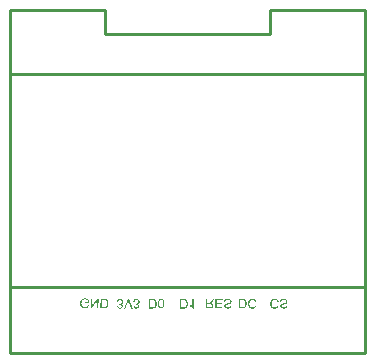
<source format=gbo>
G04*
G04 #@! TF.GenerationSoftware,Altium Limited,Altium Designer,21.6.1 (37)*
G04*
G04 Layer_Color=32896*
%FSLAX25Y25*%
%MOIN*%
G70*
G04*
G04 #@! TF.SameCoordinates,623A30CF-433B-4B46-B165-7DC5B4DDAD39*
G04*
G04*
G04 #@! TF.FilePolarity,Positive*
G04*
G01*
G75*
%ADD10C,0.01000*%
G36*
X88446Y19063D02*
X88534Y19054D01*
X88617Y19044D01*
X88696Y19026D01*
X88769Y19003D01*
X88839Y18980D01*
X88903Y18957D01*
X88963Y18929D01*
X89014Y18906D01*
X89065Y18883D01*
X89102Y18859D01*
X89139Y18836D01*
X89162Y18818D01*
X89185Y18809D01*
X89194Y18800D01*
X89199Y18795D01*
X89264Y18739D01*
X89319Y18684D01*
X89370Y18619D01*
X89421Y18555D01*
X89504Y18425D01*
X89569Y18296D01*
X89596Y18236D01*
X89619Y18180D01*
X89638Y18130D01*
X89652Y18088D01*
X89666Y18051D01*
X89675Y18023D01*
X89679Y18005D01*
Y18000D01*
X89254Y17894D01*
X89236Y17968D01*
X89213Y18037D01*
X89190Y18102D01*
X89167Y18162D01*
X89139Y18217D01*
X89111Y18264D01*
X89079Y18310D01*
X89051Y18351D01*
X89028Y18388D01*
X89000Y18416D01*
X88977Y18444D01*
X88959Y18467D01*
X88940Y18481D01*
X88927Y18495D01*
X88922Y18499D01*
X88917Y18504D01*
X88871Y18541D01*
X88820Y18568D01*
X88719Y18619D01*
X88622Y18656D01*
X88525Y18679D01*
X88441Y18698D01*
X88409Y18702D01*
X88377D01*
X88349Y18707D01*
X88317D01*
X88210Y18702D01*
X88109Y18684D01*
X88016Y18661D01*
X87933Y18633D01*
X87868Y18605D01*
X87841Y18592D01*
X87818Y18582D01*
X87799Y18573D01*
X87785Y18564D01*
X87776Y18559D01*
X87771D01*
X87684Y18495D01*
X87610Y18425D01*
X87545Y18347D01*
X87494Y18273D01*
X87453Y18208D01*
X87425Y18153D01*
X87416Y18130D01*
X87406Y18116D01*
X87402Y18106D01*
Y18102D01*
X87365Y17982D01*
X87337Y17862D01*
X87314Y17741D01*
X87300Y17631D01*
X87296Y17580D01*
X87291Y17534D01*
Y17492D01*
X87286Y17460D01*
Y17432D01*
Y17409D01*
Y17395D01*
Y17390D01*
X87291Y17270D01*
X87300Y17159D01*
X87319Y17058D01*
X87337Y16965D01*
X87351Y16887D01*
X87360Y16854D01*
X87370Y16827D01*
X87374Y16804D01*
X87379Y16790D01*
X87383Y16781D01*
Y16776D01*
X87430Y16670D01*
X87480Y16573D01*
X87536Y16494D01*
X87596Y16425D01*
X87647Y16369D01*
X87688Y16332D01*
X87721Y16309D01*
X87725Y16300D01*
X87730D01*
X87827Y16240D01*
X87933Y16194D01*
X88035Y16161D01*
X88132Y16143D01*
X88220Y16129D01*
X88257Y16125D01*
X88289D01*
X88312Y16120D01*
X88349D01*
X88464Y16125D01*
X88571Y16143D01*
X88658Y16171D01*
X88737Y16198D01*
X88797Y16231D01*
X88843Y16254D01*
X88871Y16272D01*
X88880Y16282D01*
X88954Y16351D01*
X89024Y16429D01*
X89079Y16513D01*
X89125Y16596D01*
X89162Y16670D01*
X89176Y16707D01*
X89185Y16734D01*
X89194Y16758D01*
X89204Y16776D01*
X89208Y16785D01*
Y16790D01*
X89624Y16693D01*
X89596Y16610D01*
X89569Y16536D01*
X89532Y16466D01*
X89499Y16397D01*
X89462Y16337D01*
X89421Y16282D01*
X89384Y16226D01*
X89347Y16180D01*
X89310Y16143D01*
X89278Y16106D01*
X89245Y16074D01*
X89222Y16051D01*
X89199Y16027D01*
X89181Y16014D01*
X89171Y16009D01*
X89167Y16004D01*
X89102Y15963D01*
X89037Y15921D01*
X88973Y15889D01*
X88903Y15861D01*
X88765Y15820D01*
X88640Y15792D01*
X88580Y15778D01*
X88529Y15773D01*
X88478Y15769D01*
X88437Y15764D01*
X88404Y15759D01*
X88358D01*
X88206Y15769D01*
X88058Y15792D01*
X87928Y15820D01*
X87868Y15838D01*
X87813Y15856D01*
X87762Y15875D01*
X87716Y15893D01*
X87679Y15907D01*
X87642Y15921D01*
X87619Y15935D01*
X87600Y15944D01*
X87587Y15949D01*
X87582Y15954D01*
X87457Y16032D01*
X87351Y16125D01*
X87259Y16217D01*
X87180Y16309D01*
X87120Y16393D01*
X87097Y16429D01*
X87078Y16462D01*
X87060Y16485D01*
X87051Y16503D01*
X87046Y16517D01*
X87041Y16522D01*
X86977Y16665D01*
X86931Y16813D01*
X86898Y16961D01*
X86875Y17095D01*
X86866Y17155D01*
X86861Y17215D01*
X86857Y17261D01*
Y17307D01*
X86852Y17340D01*
Y17367D01*
Y17386D01*
Y17390D01*
X86861Y17557D01*
X86880Y17718D01*
X86903Y17862D01*
X86921Y17931D01*
X86935Y17991D01*
X86949Y18046D01*
X86968Y18097D01*
X86981Y18144D01*
X86991Y18180D01*
X87005Y18208D01*
X87009Y18231D01*
X87018Y18245D01*
Y18250D01*
X87088Y18388D01*
X87166Y18513D01*
X87249Y18619D01*
X87291Y18661D01*
X87328Y18702D01*
X87365Y18739D01*
X87402Y18772D01*
X87434Y18800D01*
X87462Y18818D01*
X87480Y18836D01*
X87499Y18850D01*
X87508Y18855D01*
X87513Y18859D01*
X87577Y18896D01*
X87642Y18929D01*
X87781Y18980D01*
X87919Y19017D01*
X88053Y19040D01*
X88118Y19049D01*
X88173Y19058D01*
X88224Y19063D01*
X88266D01*
X88303Y19067D01*
X88354D01*
X88446Y19063D01*
D02*
G37*
G36*
X91541D02*
X91657Y19049D01*
X91763Y19026D01*
X91851Y19003D01*
X91925Y18984D01*
X91957Y18970D01*
X91985Y18961D01*
X92003Y18952D01*
X92017Y18947D01*
X92027Y18943D01*
X92031D01*
X92128Y18892D01*
X92211Y18836D01*
X92285Y18776D01*
X92345Y18721D01*
X92392Y18675D01*
X92424Y18633D01*
X92447Y18605D01*
X92452Y18601D01*
Y18596D01*
X92502Y18508D01*
X92539Y18425D01*
X92562Y18347D01*
X92581Y18273D01*
X92590Y18208D01*
X92599Y18157D01*
Y18139D01*
Y18125D01*
Y18120D01*
Y18116D01*
X92595Y18023D01*
X92581Y17936D01*
X92558Y17857D01*
X92535Y17792D01*
X92507Y17737D01*
X92488Y17695D01*
X92470Y17672D01*
X92465Y17663D01*
X92410Y17594D01*
X92345Y17529D01*
X92276Y17474D01*
X92207Y17423D01*
X92147Y17386D01*
X92096Y17358D01*
X92077Y17349D01*
X92063Y17340D01*
X92054Y17335D01*
X92050D01*
X92013Y17316D01*
X91966Y17303D01*
X91916Y17284D01*
X91860Y17266D01*
X91745Y17233D01*
X91624Y17201D01*
X91569Y17187D01*
X91518Y17173D01*
X91467Y17159D01*
X91426Y17150D01*
X91394Y17141D01*
X91366Y17136D01*
X91347Y17132D01*
X91343D01*
X91250Y17109D01*
X91167Y17090D01*
X91093Y17067D01*
X91029Y17049D01*
X90969Y17025D01*
X90918Y17007D01*
X90872Y16988D01*
X90830Y16975D01*
X90798Y16956D01*
X90770Y16942D01*
X90751Y16933D01*
X90733Y16919D01*
X90710Y16905D01*
X90705Y16901D01*
X90664Y16854D01*
X90636Y16808D01*
X90613Y16762D01*
X90599Y16716D01*
X90590Y16679D01*
X90585Y16647D01*
Y16628D01*
Y16619D01*
X90594Y16545D01*
X90613Y16480D01*
X90640Y16425D01*
X90673Y16374D01*
X90701Y16337D01*
X90728Y16305D01*
X90747Y16286D01*
X90756Y16282D01*
X90793Y16259D01*
X90830Y16235D01*
X90918Y16198D01*
X91010Y16175D01*
X91102Y16157D01*
X91186Y16148D01*
X91223Y16143D01*
X91250Y16138D01*
X91315D01*
X91444Y16143D01*
X91560Y16161D01*
X91652Y16189D01*
X91731Y16217D01*
X91791Y16245D01*
X91837Y16272D01*
X91860Y16291D01*
X91869Y16295D01*
X91934Y16360D01*
X91985Y16429D01*
X92027Y16503D01*
X92054Y16577D01*
X92073Y16647D01*
X92086Y16697D01*
X92091Y16721D01*
X92096Y16734D01*
Y16744D01*
Y16748D01*
X92502Y16716D01*
X92493Y16614D01*
X92470Y16522D01*
X92447Y16434D01*
X92415Y16360D01*
X92387Y16300D01*
X92364Y16254D01*
X92355Y16240D01*
X92345Y16226D01*
X92341Y16221D01*
Y16217D01*
X92281Y16138D01*
X92216Y16069D01*
X92147Y16009D01*
X92077Y15963D01*
X92017Y15921D01*
X91971Y15898D01*
X91953Y15889D01*
X91939Y15880D01*
X91930Y15875D01*
X91925D01*
X91823Y15838D01*
X91712Y15810D01*
X91611Y15787D01*
X91514Y15773D01*
X91426Y15764D01*
X91394D01*
X91361Y15759D01*
X91301D01*
X91181Y15764D01*
X91075Y15778D01*
X90973Y15797D01*
X90885Y15815D01*
X90816Y15833D01*
X90784Y15843D01*
X90761Y15852D01*
X90742Y15861D01*
X90728Y15866D01*
X90719Y15870D01*
X90714D01*
X90622Y15917D01*
X90539Y15967D01*
X90470Y16023D01*
X90414Y16074D01*
X90373Y16120D01*
X90340Y16157D01*
X90317Y16185D01*
X90312Y16189D01*
Y16194D01*
X90266Y16272D01*
X90234Y16351D01*
X90211Y16429D01*
X90197Y16499D01*
X90188Y16559D01*
X90179Y16605D01*
Y16623D01*
Y16637D01*
Y16642D01*
Y16647D01*
X90183Y16725D01*
X90197Y16799D01*
X90215Y16868D01*
X90234Y16928D01*
X90252Y16975D01*
X90271Y17011D01*
X90285Y17035D01*
X90289Y17044D01*
X90336Y17109D01*
X90391Y17169D01*
X90447Y17220D01*
X90502Y17261D01*
X90548Y17298D01*
X90590Y17321D01*
X90617Y17340D01*
X90622Y17344D01*
X90627D01*
X90664Y17363D01*
X90705Y17381D01*
X90798Y17413D01*
X90904Y17446D01*
X91005Y17478D01*
X91098Y17506D01*
X91139Y17515D01*
X91176Y17524D01*
X91204Y17534D01*
X91227Y17538D01*
X91241Y17543D01*
X91246D01*
X91324Y17561D01*
X91398Y17580D01*
X91463Y17598D01*
X91518Y17612D01*
X91574Y17626D01*
X91620Y17640D01*
X91662Y17649D01*
X91694Y17663D01*
X91726Y17672D01*
X91749Y17677D01*
X91786Y17691D01*
X91809Y17695D01*
X91814Y17700D01*
X91883Y17728D01*
X91943Y17760D01*
X91994Y17792D01*
X92031Y17820D01*
X92063Y17848D01*
X92082Y17866D01*
X92096Y17880D01*
X92100Y17885D01*
X92133Y17926D01*
X92156Y17973D01*
X92170Y18019D01*
X92184Y18056D01*
X92188Y18093D01*
X92193Y18120D01*
Y18144D01*
Y18148D01*
X92188Y18203D01*
X92179Y18254D01*
X92165Y18301D01*
X92147Y18338D01*
X92128Y18374D01*
X92114Y18398D01*
X92105Y18416D01*
X92100Y18421D01*
X92063Y18467D01*
X92017Y18504D01*
X91971Y18536D01*
X91930Y18568D01*
X91888Y18587D01*
X91856Y18605D01*
X91832Y18615D01*
X91823Y18619D01*
X91754Y18642D01*
X91680Y18661D01*
X91606Y18670D01*
X91541Y18679D01*
X91486Y18684D01*
X91440Y18689D01*
X91398D01*
X91296Y18684D01*
X91204Y18675D01*
X91121Y18661D01*
X91047Y18642D01*
X90987Y18624D01*
X90941Y18610D01*
X90927Y18605D01*
X90913Y18601D01*
X90908Y18596D01*
X90904D01*
X90830Y18559D01*
X90761Y18518D01*
X90710Y18476D01*
X90664Y18435D01*
X90627Y18402D01*
X90604Y18370D01*
X90590Y18351D01*
X90585Y18347D01*
X90553Y18287D01*
X90520Y18222D01*
X90502Y18153D01*
X90483Y18093D01*
X90470Y18033D01*
X90460Y17991D01*
Y17973D01*
X90456Y17959D01*
Y17954D01*
Y17949D01*
X90058Y17986D01*
X90068Y18102D01*
X90086Y18213D01*
X90114Y18310D01*
X90146Y18398D01*
X90179Y18467D01*
X90192Y18495D01*
X90202Y18518D01*
X90215Y18536D01*
X90220Y18550D01*
X90229Y18559D01*
Y18564D01*
X90299Y18652D01*
X90373Y18730D01*
X90451Y18795D01*
X90525Y18850D01*
X90590Y18892D01*
X90645Y18920D01*
X90664Y18929D01*
X90677Y18938D01*
X90687Y18943D01*
X90691D01*
X90807Y18984D01*
X90927Y19017D01*
X91047Y19035D01*
X91163Y19054D01*
X91218Y19058D01*
X91264Y19063D01*
X91306D01*
X91343Y19067D01*
X91417D01*
X91541Y19063D01*
D02*
G37*
G36*
X81046D02*
X81134Y19054D01*
X81217Y19044D01*
X81296Y19026D01*
X81369Y19003D01*
X81439Y18980D01*
X81503Y18957D01*
X81564Y18929D01*
X81614Y18906D01*
X81665Y18883D01*
X81702Y18859D01*
X81739Y18836D01*
X81762Y18818D01*
X81785Y18809D01*
X81794Y18800D01*
X81799Y18795D01*
X81864Y18739D01*
X81919Y18684D01*
X81970Y18619D01*
X82021Y18555D01*
X82104Y18425D01*
X82169Y18296D01*
X82196Y18236D01*
X82219Y18180D01*
X82238Y18130D01*
X82252Y18088D01*
X82266Y18051D01*
X82275Y18023D01*
X82279Y18005D01*
Y18000D01*
X81854Y17894D01*
X81836Y17968D01*
X81813Y18037D01*
X81790Y18102D01*
X81767Y18162D01*
X81739Y18217D01*
X81711Y18264D01*
X81679Y18310D01*
X81651Y18351D01*
X81628Y18388D01*
X81600Y18416D01*
X81577Y18444D01*
X81559Y18467D01*
X81540Y18481D01*
X81526Y18495D01*
X81522Y18499D01*
X81517Y18504D01*
X81471Y18541D01*
X81420Y18568D01*
X81319Y18619D01*
X81222Y18656D01*
X81125Y18679D01*
X81041Y18698D01*
X81009Y18702D01*
X80977D01*
X80949Y18707D01*
X80917D01*
X80810Y18702D01*
X80709Y18684D01*
X80616Y18661D01*
X80533Y18633D01*
X80468Y18605D01*
X80441Y18592D01*
X80418Y18582D01*
X80399Y18573D01*
X80385Y18564D01*
X80376Y18559D01*
X80371D01*
X80284Y18495D01*
X80210Y18425D01*
X80145Y18347D01*
X80094Y18273D01*
X80053Y18208D01*
X80025Y18153D01*
X80016Y18130D01*
X80006Y18116D01*
X80002Y18106D01*
Y18102D01*
X79965Y17982D01*
X79937Y17862D01*
X79914Y17741D01*
X79900Y17631D01*
X79896Y17580D01*
X79891Y17534D01*
Y17492D01*
X79886Y17460D01*
Y17432D01*
Y17409D01*
Y17395D01*
Y17390D01*
X79891Y17270D01*
X79900Y17159D01*
X79919Y17058D01*
X79937Y16965D01*
X79951Y16887D01*
X79960Y16854D01*
X79970Y16827D01*
X79974Y16804D01*
X79979Y16790D01*
X79983Y16781D01*
Y16776D01*
X80030Y16670D01*
X80080Y16573D01*
X80136Y16494D01*
X80196Y16425D01*
X80247Y16369D01*
X80288Y16332D01*
X80321Y16309D01*
X80325Y16300D01*
X80330D01*
X80427Y16240D01*
X80533Y16194D01*
X80635Y16161D01*
X80732Y16143D01*
X80820Y16129D01*
X80857Y16125D01*
X80889D01*
X80912Y16120D01*
X80949D01*
X81064Y16125D01*
X81171Y16143D01*
X81258Y16171D01*
X81337Y16198D01*
X81397Y16231D01*
X81443Y16254D01*
X81471Y16272D01*
X81480Y16282D01*
X81554Y16351D01*
X81624Y16429D01*
X81679Y16513D01*
X81725Y16596D01*
X81762Y16670D01*
X81776Y16707D01*
X81785Y16734D01*
X81794Y16758D01*
X81804Y16776D01*
X81808Y16785D01*
Y16790D01*
X82224Y16693D01*
X82196Y16610D01*
X82169Y16536D01*
X82132Y16466D01*
X82099Y16397D01*
X82062Y16337D01*
X82021Y16282D01*
X81984Y16226D01*
X81947Y16180D01*
X81910Y16143D01*
X81878Y16106D01*
X81845Y16074D01*
X81822Y16051D01*
X81799Y16027D01*
X81781Y16014D01*
X81771Y16009D01*
X81767Y16004D01*
X81702Y15963D01*
X81637Y15921D01*
X81573Y15889D01*
X81503Y15861D01*
X81365Y15820D01*
X81240Y15792D01*
X81180Y15778D01*
X81129Y15773D01*
X81078Y15769D01*
X81037Y15764D01*
X81004Y15759D01*
X80958D01*
X80806Y15769D01*
X80658Y15792D01*
X80529Y15820D01*
X80468Y15838D01*
X80413Y15856D01*
X80362Y15875D01*
X80316Y15893D01*
X80279Y15907D01*
X80242Y15921D01*
X80219Y15935D01*
X80200Y15944D01*
X80187Y15949D01*
X80182Y15954D01*
X80057Y16032D01*
X79951Y16125D01*
X79859Y16217D01*
X79780Y16309D01*
X79720Y16393D01*
X79697Y16429D01*
X79678Y16462D01*
X79660Y16485D01*
X79651Y16503D01*
X79646Y16517D01*
X79641Y16522D01*
X79577Y16665D01*
X79531Y16813D01*
X79498Y16961D01*
X79475Y17095D01*
X79466Y17155D01*
X79461Y17215D01*
X79457Y17261D01*
Y17307D01*
X79452Y17340D01*
Y17367D01*
Y17386D01*
Y17390D01*
X79461Y17557D01*
X79480Y17718D01*
X79503Y17862D01*
X79521Y17931D01*
X79535Y17991D01*
X79549Y18046D01*
X79568Y18097D01*
X79581Y18144D01*
X79591Y18180D01*
X79605Y18208D01*
X79609Y18231D01*
X79618Y18245D01*
Y18250D01*
X79688Y18388D01*
X79766Y18513D01*
X79849Y18619D01*
X79891Y18661D01*
X79928Y18702D01*
X79965Y18739D01*
X80002Y18772D01*
X80034Y18800D01*
X80062Y18818D01*
X80080Y18836D01*
X80099Y18850D01*
X80108Y18855D01*
X80113Y18859D01*
X80177Y18896D01*
X80242Y18929D01*
X80381Y18980D01*
X80519Y19017D01*
X80653Y19040D01*
X80718Y19049D01*
X80773Y19058D01*
X80824Y19063D01*
X80866D01*
X80903Y19067D01*
X80954D01*
X81046Y19063D01*
D02*
G37*
G36*
X77609Y19007D02*
X77706Y19003D01*
X77794Y18993D01*
X77867Y18984D01*
X77932Y18975D01*
X77978Y18970D01*
X77992Y18966D01*
X78006Y18961D01*
X78015D01*
X78098Y18938D01*
X78172Y18910D01*
X78237Y18887D01*
X78293Y18859D01*
X78339Y18836D01*
X78371Y18818D01*
X78390Y18804D01*
X78399Y18800D01*
X78459Y18758D01*
X78510Y18707D01*
X78561Y18661D01*
X78602Y18615D01*
X78639Y18573D01*
X78667Y18541D01*
X78685Y18518D01*
X78690Y18508D01*
X78736Y18435D01*
X78782Y18356D01*
X78819Y18282D01*
X78847Y18208D01*
X78875Y18144D01*
X78893Y18093D01*
X78898Y18074D01*
X78902Y18060D01*
X78907Y18051D01*
Y18046D01*
X78935Y17936D01*
X78958Y17825D01*
X78972Y17718D01*
X78986Y17617D01*
X78990Y17529D01*
Y17492D01*
X78995Y17460D01*
Y17437D01*
Y17413D01*
Y17404D01*
Y17400D01*
X78990Y17243D01*
X78976Y17099D01*
X78953Y16970D01*
X78944Y16910D01*
X78930Y16859D01*
X78916Y16808D01*
X78907Y16767D01*
X78898Y16730D01*
X78884Y16697D01*
X78879Y16670D01*
X78870Y16651D01*
X78865Y16642D01*
Y16637D01*
X78815Y16517D01*
X78755Y16411D01*
X78690Y16319D01*
X78630Y16240D01*
X78574Y16175D01*
X78528Y16129D01*
X78510Y16115D01*
X78496Y16101D01*
X78491Y16097D01*
X78487Y16092D01*
X78413Y16032D01*
X78334Y15986D01*
X78255Y15944D01*
X78182Y15912D01*
X78117Y15889D01*
X78066Y15875D01*
X78048Y15866D01*
X78034D01*
X78025Y15861D01*
X78020D01*
X77941Y15847D01*
X77849Y15833D01*
X77757Y15824D01*
X77664Y15820D01*
X77581Y15815D01*
X76352D01*
Y19012D01*
X77503D01*
X77609Y19007D01*
D02*
G37*
G36*
X67611Y18144D02*
X67547Y18051D01*
X67487Y17968D01*
X67427Y17899D01*
X67376Y17834D01*
X67329Y17788D01*
X67292Y17751D01*
X67269Y17728D01*
X67260Y17718D01*
X67223Y17691D01*
X67182Y17658D01*
X67098Y17607D01*
X67062Y17589D01*
X67034Y17571D01*
X67015Y17561D01*
X67006Y17557D01*
X67089Y17543D01*
X67168Y17529D01*
X67237Y17506D01*
X67306Y17487D01*
X67366Y17464D01*
X67422Y17437D01*
X67473Y17413D01*
X67519Y17390D01*
X67556Y17363D01*
X67593Y17340D01*
X67620Y17321D01*
X67644Y17303D01*
X67662Y17289D01*
X67676Y17275D01*
X67681Y17270D01*
X67685Y17266D01*
X67722Y17220D01*
X67759Y17173D01*
X67814Y17076D01*
X67852Y16979D01*
X67879Y16887D01*
X67898Y16808D01*
X67902Y16776D01*
Y16744D01*
X67907Y16721D01*
Y16702D01*
Y16693D01*
Y16688D01*
X67902Y16591D01*
X67888Y16503D01*
X67865Y16420D01*
X67842Y16351D01*
X67814Y16291D01*
X67796Y16245D01*
X67778Y16217D01*
X67773Y16212D01*
Y16208D01*
X67717Y16134D01*
X67662Y16069D01*
X67602Y16014D01*
X67547Y15972D01*
X67496Y15940D01*
X67454Y15921D01*
X67427Y15907D01*
X67422Y15903D01*
X67417D01*
X67376Y15889D01*
X67325Y15875D01*
X67223Y15852D01*
X67112Y15838D01*
X67011Y15824D01*
X66914Y15820D01*
X66872D01*
X66835Y15815D01*
X65352D01*
Y19012D01*
X65777D01*
Y17594D01*
X66322D01*
X66373Y17598D01*
X66410D01*
X66442Y17603D01*
X66466Y17607D01*
X66484D01*
X66493Y17612D01*
X66498D01*
X66572Y17635D01*
X66604Y17649D01*
X66632Y17663D01*
X66660Y17677D01*
X66678Y17686D01*
X66687Y17691D01*
X66692Y17695D01*
X66729Y17723D01*
X66766Y17755D01*
X66835Y17825D01*
X66867Y17857D01*
X66891Y17885D01*
X66904Y17903D01*
X66909Y17908D01*
X66955Y17973D01*
X67006Y18042D01*
X67057Y18116D01*
X67108Y18185D01*
X67149Y18250D01*
X67182Y18301D01*
X67195Y18319D01*
X67205Y18333D01*
X67214Y18342D01*
Y18347D01*
X67634Y19012D01*
X68161D01*
X67611Y18144D01*
D02*
G37*
G36*
X70965Y18633D02*
X69002D01*
Y17548D01*
X70771D01*
Y17169D01*
X69002D01*
Y16194D01*
X70891D01*
Y15815D01*
X68577D01*
Y19012D01*
X70965D01*
Y18633D01*
D02*
G37*
G36*
X72892Y19063D02*
X73007Y19049D01*
X73114Y19026D01*
X73202Y19003D01*
X73275Y18984D01*
X73308Y18970D01*
X73335Y18961D01*
X73354Y18952D01*
X73368Y18947D01*
X73377Y18943D01*
X73382D01*
X73479Y18892D01*
X73562Y18836D01*
X73636Y18776D01*
X73696Y18721D01*
X73742Y18675D01*
X73774Y18633D01*
X73798Y18605D01*
X73802Y18601D01*
Y18596D01*
X73853Y18508D01*
X73890Y18425D01*
X73913Y18347D01*
X73931Y18273D01*
X73941Y18208D01*
X73950Y18157D01*
Y18139D01*
Y18125D01*
Y18120D01*
Y18116D01*
X73945Y18023D01*
X73931Y17936D01*
X73908Y17857D01*
X73885Y17792D01*
X73857Y17737D01*
X73839Y17695D01*
X73821Y17672D01*
X73816Y17663D01*
X73760Y17594D01*
X73696Y17529D01*
X73627Y17474D01*
X73557Y17423D01*
X73497Y17386D01*
X73446Y17358D01*
X73428Y17349D01*
X73414Y17340D01*
X73405Y17335D01*
X73400D01*
X73363Y17316D01*
X73317Y17303D01*
X73266Y17284D01*
X73211Y17266D01*
X73095Y17233D01*
X72975Y17201D01*
X72920Y17187D01*
X72869Y17173D01*
X72818Y17159D01*
X72776Y17150D01*
X72744Y17141D01*
X72716Y17136D01*
X72698Y17132D01*
X72693D01*
X72601Y17109D01*
X72518Y17090D01*
X72444Y17067D01*
X72379Y17049D01*
X72319Y17025D01*
X72268Y17007D01*
X72222Y16988D01*
X72180Y16975D01*
X72148Y16956D01*
X72120Y16942D01*
X72102Y16933D01*
X72083Y16919D01*
X72060Y16905D01*
X72056Y16901D01*
X72014Y16854D01*
X71986Y16808D01*
X71963Y16762D01*
X71949Y16716D01*
X71940Y16679D01*
X71936Y16647D01*
Y16628D01*
Y16619D01*
X71945Y16545D01*
X71963Y16480D01*
X71991Y16425D01*
X72023Y16374D01*
X72051Y16337D01*
X72079Y16305D01*
X72097Y16286D01*
X72106Y16282D01*
X72144Y16259D01*
X72180Y16235D01*
X72268Y16198D01*
X72361Y16175D01*
X72453Y16157D01*
X72536Y16148D01*
X72573Y16143D01*
X72601Y16138D01*
X72666D01*
X72795Y16143D01*
X72910Y16161D01*
X73003Y16189D01*
X73081Y16217D01*
X73141Y16245D01*
X73188Y16272D01*
X73211Y16291D01*
X73220Y16295D01*
X73285Y16360D01*
X73335Y16429D01*
X73377Y16503D01*
X73405Y16577D01*
X73423Y16647D01*
X73437Y16697D01*
X73442Y16721D01*
X73446Y16734D01*
Y16744D01*
Y16748D01*
X73853Y16716D01*
X73844Y16614D01*
X73821Y16522D01*
X73798Y16434D01*
X73765Y16360D01*
X73737Y16300D01*
X73714Y16254D01*
X73705Y16240D01*
X73696Y16226D01*
X73691Y16221D01*
Y16217D01*
X73631Y16138D01*
X73566Y16069D01*
X73497Y16009D01*
X73428Y15963D01*
X73368Y15921D01*
X73322Y15898D01*
X73303Y15889D01*
X73289Y15880D01*
X73280Y15875D01*
X73275D01*
X73174Y15838D01*
X73063Y15810D01*
X72961Y15787D01*
X72864Y15773D01*
X72776Y15764D01*
X72744D01*
X72712Y15759D01*
X72652D01*
X72532Y15764D01*
X72425Y15778D01*
X72324Y15797D01*
X72236Y15815D01*
X72167Y15833D01*
X72134Y15843D01*
X72111Y15852D01*
X72093Y15861D01*
X72079Y15866D01*
X72070Y15870D01*
X72065D01*
X71973Y15917D01*
X71889Y15967D01*
X71820Y16023D01*
X71765Y16074D01*
X71723Y16120D01*
X71691Y16157D01*
X71668Y16185D01*
X71663Y16189D01*
Y16194D01*
X71617Y16272D01*
X71584Y16351D01*
X71561Y16429D01*
X71548Y16499D01*
X71538Y16559D01*
X71529Y16605D01*
Y16623D01*
Y16637D01*
Y16642D01*
Y16647D01*
X71534Y16725D01*
X71548Y16799D01*
X71566Y16868D01*
X71584Y16928D01*
X71603Y16975D01*
X71621Y17011D01*
X71635Y17035D01*
X71640Y17044D01*
X71686Y17109D01*
X71741Y17169D01*
X71797Y17220D01*
X71852Y17261D01*
X71899Y17298D01*
X71940Y17321D01*
X71968Y17340D01*
X71973Y17344D01*
X71977D01*
X72014Y17363D01*
X72056Y17381D01*
X72148Y17413D01*
X72254Y17446D01*
X72356Y17478D01*
X72448Y17506D01*
X72490Y17515D01*
X72527Y17524D01*
X72555Y17534D01*
X72578Y17538D01*
X72592Y17543D01*
X72596D01*
X72675Y17561D01*
X72749Y17580D01*
X72813Y17598D01*
X72869Y17612D01*
X72924Y17626D01*
X72970Y17640D01*
X73012Y17649D01*
X73044Y17663D01*
X73077Y17672D01*
X73100Y17677D01*
X73137Y17691D01*
X73160Y17695D01*
X73164Y17700D01*
X73234Y17728D01*
X73294Y17760D01*
X73345Y17792D01*
X73382Y17820D01*
X73414Y17848D01*
X73432Y17866D01*
X73446Y17880D01*
X73451Y17885D01*
X73483Y17926D01*
X73506Y17973D01*
X73520Y18019D01*
X73534Y18056D01*
X73539Y18093D01*
X73543Y18120D01*
Y18144D01*
Y18148D01*
X73539Y18203D01*
X73529Y18254D01*
X73516Y18301D01*
X73497Y18338D01*
X73479Y18374D01*
X73465Y18398D01*
X73456Y18416D01*
X73451Y18421D01*
X73414Y18467D01*
X73368Y18504D01*
X73322Y18536D01*
X73280Y18568D01*
X73238Y18587D01*
X73206Y18605D01*
X73183Y18615D01*
X73174Y18619D01*
X73104Y18642D01*
X73031Y18661D01*
X72957Y18670D01*
X72892Y18679D01*
X72837Y18684D01*
X72790Y18689D01*
X72749D01*
X72647Y18684D01*
X72555Y18675D01*
X72471Y18661D01*
X72398Y18642D01*
X72338Y18624D01*
X72291Y18610D01*
X72277Y18605D01*
X72264Y18601D01*
X72259Y18596D01*
X72254D01*
X72180Y18559D01*
X72111Y18518D01*
X72060Y18476D01*
X72014Y18435D01*
X71977Y18402D01*
X71954Y18370D01*
X71940Y18351D01*
X71936Y18347D01*
X71903Y18287D01*
X71871Y18222D01*
X71852Y18153D01*
X71834Y18093D01*
X71820Y18033D01*
X71811Y17991D01*
Y17973D01*
X71806Y17959D01*
Y17954D01*
Y17949D01*
X71409Y17986D01*
X71418Y18102D01*
X71437Y18213D01*
X71464Y18310D01*
X71497Y18398D01*
X71529Y18467D01*
X71543Y18495D01*
X71552Y18518D01*
X71566Y18536D01*
X71571Y18550D01*
X71580Y18559D01*
Y18564D01*
X71649Y18652D01*
X71723Y18730D01*
X71802Y18795D01*
X71876Y18850D01*
X71940Y18892D01*
X71996Y18920D01*
X72014Y18929D01*
X72028Y18938D01*
X72037Y18943D01*
X72042D01*
X72157Y18984D01*
X72277Y19017D01*
X72398Y19035D01*
X72513Y19054D01*
X72569Y19058D01*
X72615Y19063D01*
X72656D01*
X72693Y19067D01*
X72767D01*
X72892Y19063D01*
D02*
G37*
G36*
X61294Y15759D02*
X61039D01*
X60993Y15838D01*
X60942Y15912D01*
X60882Y15986D01*
X60827Y16051D01*
X60772Y16106D01*
X60730Y16152D01*
X60711Y16166D01*
X60698Y16180D01*
X60693Y16185D01*
X60688Y16189D01*
X60591Y16268D01*
X60494Y16342D01*
X60402Y16406D01*
X60309Y16457D01*
X60231Y16503D01*
X60199Y16522D01*
X60171Y16536D01*
X60148Y16549D01*
X60129Y16554D01*
X60120Y16563D01*
X60115D01*
Y16942D01*
X60185Y16915D01*
X60254Y16882D01*
X60323Y16850D01*
X60388Y16817D01*
X60444Y16790D01*
X60490Y16767D01*
X60517Y16748D01*
X60522Y16744D01*
X60527D01*
X60610Y16693D01*
X60684Y16642D01*
X60748Y16596D01*
X60799Y16554D01*
X60845Y16522D01*
X60873Y16494D01*
X60896Y16476D01*
X60901Y16471D01*
Y18970D01*
X61294D01*
Y15759D01*
D02*
G37*
G36*
X58009Y18966D02*
X58106Y18961D01*
X58193Y18952D01*
X58267Y18943D01*
X58332Y18934D01*
X58378Y18929D01*
X58392Y18924D01*
X58406Y18920D01*
X58415D01*
X58499Y18896D01*
X58572Y18869D01*
X58637Y18846D01*
X58693Y18818D01*
X58739Y18795D01*
X58771Y18776D01*
X58789Y18763D01*
X58799Y18758D01*
X58859Y18716D01*
X58910Y18665D01*
X58960Y18619D01*
X59002Y18573D01*
X59039Y18531D01*
X59067Y18499D01*
X59085Y18476D01*
X59090Y18467D01*
X59136Y18393D01*
X59182Y18314D01*
X59219Y18240D01*
X59247Y18167D01*
X59275Y18102D01*
X59293Y18051D01*
X59298Y18033D01*
X59302Y18019D01*
X59307Y18010D01*
Y18005D01*
X59335Y17894D01*
X59358Y17783D01*
X59372Y17677D01*
X59386Y17575D01*
X59390Y17487D01*
Y17450D01*
X59395Y17418D01*
Y17395D01*
Y17372D01*
Y17363D01*
Y17358D01*
X59390Y17201D01*
X59376Y17058D01*
X59353Y16928D01*
X59344Y16868D01*
X59330Y16817D01*
X59316Y16767D01*
X59307Y16725D01*
X59298Y16688D01*
X59284Y16656D01*
X59279Y16628D01*
X59270Y16610D01*
X59265Y16600D01*
Y16596D01*
X59215Y16476D01*
X59154Y16369D01*
X59090Y16277D01*
X59030Y16198D01*
X58974Y16134D01*
X58928Y16087D01*
X58910Y16074D01*
X58896Y16060D01*
X58891Y16055D01*
X58886Y16051D01*
X58813Y15991D01*
X58734Y15944D01*
X58656Y15903D01*
X58582Y15870D01*
X58517Y15847D01*
X58466Y15833D01*
X58448Y15824D01*
X58434D01*
X58425Y15820D01*
X58420D01*
X58341Y15806D01*
X58249Y15792D01*
X58157Y15783D01*
X58064Y15778D01*
X57981Y15773D01*
X56752D01*
Y18970D01*
X57902D01*
X58009Y18966D01*
D02*
G37*
G36*
X50583Y19090D02*
X50698Y19074D01*
X50796Y19043D01*
X50880Y19012D01*
X50950Y18981D01*
X50973Y18963D01*
X50996Y18949D01*
X51015Y18940D01*
X51029Y18932D01*
X51034Y18922D01*
X51038Y18922D01*
X51123Y18845D01*
X51194Y18763D01*
X51255Y18672D01*
X51303Y18590D01*
X51341Y18512D01*
X51360Y18480D01*
X51370Y18448D01*
X51380Y18425D01*
X51389Y18406D01*
X51394Y18397D01*
X51394Y18393D01*
X51418Y18324D01*
X51438Y18255D01*
X51468Y18107D01*
X51494Y17955D01*
X51511Y17808D01*
X51516Y17743D01*
X51522Y17683D01*
X51523Y17628D01*
X51529Y17577D01*
X51529Y17540D01*
X51530Y17508D01*
X51530Y17489D01*
X51530Y17485D01*
X51532Y17397D01*
X51529Y17314D01*
X51530Y17240D01*
X51526Y17166D01*
X51518Y17101D01*
X51515Y17036D01*
X51511Y16981D01*
X51503Y16930D01*
X51499Y16883D01*
X51490Y16842D01*
X51486Y16809D01*
X51482Y16781D01*
X51478Y16758D01*
X51474Y16744D01*
X51469Y16735D01*
X51469Y16730D01*
X51443Y16628D01*
X51413Y16535D01*
X51377Y16456D01*
X51351Y16386D01*
X51319Y16326D01*
X51301Y16284D01*
X51284Y16261D01*
X51279Y16251D01*
X51229Y16181D01*
X51180Y16120D01*
X51125Y16068D01*
X51075Y16021D01*
X51029Y15988D01*
X50993Y15964D01*
X50970Y15950D01*
X50965Y15945D01*
X50961Y15945D01*
X50888Y15907D01*
X50810Y15883D01*
X50736Y15863D01*
X50667Y15848D01*
X50607Y15837D01*
X50556Y15832D01*
X50515Y15831D01*
X50390Y15838D01*
X50274Y15855D01*
X50176Y15885D01*
X50093Y15916D01*
X50023Y15952D01*
X49995Y15965D01*
X49971Y15983D01*
X49953Y15992D01*
X49939Y16001D01*
X49934Y16011D01*
X49929Y16011D01*
X49845Y16083D01*
X49774Y16170D01*
X49712Y16256D01*
X49665Y16339D01*
X49626Y16416D01*
X49608Y16448D01*
X49598Y16481D01*
X49588Y16503D01*
X49578Y16522D01*
X49574Y16531D01*
X49574Y16536D01*
X49554Y16605D01*
X49534Y16674D01*
X49504Y16826D01*
X49478Y16977D01*
X49462Y17120D01*
X49456Y17190D01*
X49450Y17250D01*
X49449Y17305D01*
X49444Y17356D01*
X49443Y17393D01*
X49443Y17425D01*
X49442Y17444D01*
X49442Y17448D01*
X49444Y17610D01*
X49450Y17763D01*
X49462Y17901D01*
X49483Y18031D01*
X49504Y18152D01*
X49530Y18258D01*
X49556Y18356D01*
X49582Y18440D01*
X49608Y18514D01*
X49640Y18579D01*
X49662Y18635D01*
X49684Y18677D01*
X49707Y18714D01*
X49720Y18738D01*
X49729Y18752D01*
X49734Y18756D01*
X49783Y18813D01*
X49838Y18865D01*
X49897Y18912D01*
X49957Y18950D01*
X50016Y18983D01*
X50076Y19012D01*
X50135Y19031D01*
X50191Y19051D01*
X50246Y19066D01*
X50296Y19076D01*
X50342Y19086D01*
X50379Y19091D01*
X50411Y19096D01*
X50458Y19097D01*
X50583Y19090D01*
D02*
G37*
G36*
X47609Y18987D02*
X47706Y18984D01*
X47794Y18977D01*
X47868Y18969D01*
X47932Y18961D01*
X47979Y18957D01*
X47993Y18952D01*
X48007Y18948D01*
X48016Y18948D01*
X48099Y18926D01*
X48174Y18900D01*
X48239Y18878D01*
X48295Y18851D01*
X48341Y18829D01*
X48374Y18811D01*
X48393Y18798D01*
X48402Y18793D01*
X48463Y18753D01*
X48515Y18703D01*
X48566Y18657D01*
X48609Y18612D01*
X48646Y18571D01*
X48675Y18539D01*
X48693Y18516D01*
X48698Y18507D01*
X48746Y18434D01*
X48793Y18356D01*
X48831Y18283D01*
X48860Y18210D01*
X48889Y18146D01*
X48909Y18095D01*
X48914Y18077D01*
X48919Y18063D01*
X48923Y18054D01*
X48923Y18049D01*
X48953Y17939D01*
X48978Y17828D01*
X48994Y17722D01*
X49009Y17621D01*
X49016Y17533D01*
X49016Y17496D01*
X49021Y17464D01*
X49022Y17441D01*
X49022Y17418D01*
X49022Y17409D01*
X49022Y17404D01*
X49021Y17247D01*
X49009Y17103D01*
X48988Y16974D01*
X48980Y16913D01*
X48967Y16862D01*
X48954Y16811D01*
X48946Y16770D01*
X48937Y16733D01*
X48924Y16700D01*
X48920Y16672D01*
X48911Y16653D01*
X48906Y16644D01*
X48906Y16639D01*
X48858Y16519D01*
X48799Y16411D01*
X48737Y16318D01*
X48678Y16238D01*
X48623Y16172D01*
X48578Y16126D01*
X48560Y16111D01*
X48546Y16097D01*
X48542Y16093D01*
X48537Y16088D01*
X48464Y16026D01*
X48387Y15979D01*
X48309Y15936D01*
X48235Y15902D01*
X48171Y15878D01*
X48121Y15863D01*
X48102Y15854D01*
X48088Y15854D01*
X48079Y15849D01*
X48075Y15849D01*
X47996Y15834D01*
X47904Y15818D01*
X47812Y15807D01*
X47720Y15801D01*
X47637Y15795D01*
X46408Y15773D01*
X46352Y18970D01*
X47502Y18990D01*
X47609Y18987D01*
D02*
G37*
G36*
X42317Y19021D02*
X42396Y19012D01*
X42474Y18998D01*
X42548Y18980D01*
X42617Y18957D01*
X42678Y18934D01*
X42737Y18906D01*
X42788Y18878D01*
X42839Y18855D01*
X42881Y18827D01*
X42918Y18804D01*
X42945Y18781D01*
X42968Y18763D01*
X42987Y18749D01*
X42996Y18739D01*
X43001Y18735D01*
X43056Y18679D01*
X43102Y18619D01*
X43144Y18559D01*
X43181Y18499D01*
X43209Y18444D01*
X43237Y18384D01*
X43273Y18273D01*
X43283Y18222D01*
X43292Y18176D01*
X43301Y18134D01*
X43306Y18097D01*
X43310Y18069D01*
Y18046D01*
Y18033D01*
Y18028D01*
X43306Y17917D01*
X43287Y17815D01*
X43260Y17728D01*
X43232Y17654D01*
X43204Y17594D01*
X43176Y17548D01*
X43158Y17520D01*
X43153Y17511D01*
X43089Y17441D01*
X43019Y17381D01*
X42945Y17335D01*
X42871Y17298D01*
X42807Y17270D01*
X42756Y17252D01*
X42737Y17247D01*
X42724Y17243D01*
X42714Y17238D01*
X42710D01*
X42788Y17196D01*
X42853Y17155D01*
X42908Y17109D01*
X42955Y17067D01*
X42992Y17030D01*
X43019Y16998D01*
X43033Y16979D01*
X43038Y16970D01*
X43075Y16905D01*
X43102Y16841D01*
X43126Y16776D01*
X43139Y16716D01*
X43149Y16665D01*
X43153Y16628D01*
Y16600D01*
Y16591D01*
X43149Y16513D01*
X43135Y16434D01*
X43116Y16365D01*
X43093Y16305D01*
X43070Y16254D01*
X43052Y16212D01*
X43038Y16189D01*
X43033Y16180D01*
X42987Y16111D01*
X42932Y16051D01*
X42876Y16000D01*
X42821Y15954D01*
X42775Y15921D01*
X42733Y15893D01*
X42705Y15880D01*
X42701Y15875D01*
X42696D01*
X42613Y15838D01*
X42530Y15810D01*
X42447Y15787D01*
X42373Y15773D01*
X42312Y15764D01*
X42262Y15759D01*
X42146D01*
X42081Y15769D01*
X41957Y15792D01*
X41851Y15829D01*
X41758Y15866D01*
X41717Y15889D01*
X41684Y15907D01*
X41652Y15926D01*
X41629Y15944D01*
X41610Y15958D01*
X41596Y15967D01*
X41587Y15972D01*
X41583Y15977D01*
X41495Y16064D01*
X41425Y16161D01*
X41370Y16263D01*
X41324Y16365D01*
X41296Y16453D01*
X41282Y16489D01*
X41273Y16522D01*
X41268Y16549D01*
X41264Y16568D01*
X41259Y16582D01*
Y16587D01*
X41652Y16656D01*
X41670Y16554D01*
X41698Y16466D01*
X41730Y16393D01*
X41763Y16332D01*
X41795Y16286D01*
X41823Y16254D01*
X41841Y16231D01*
X41846Y16226D01*
X41906Y16180D01*
X41971Y16143D01*
X42031Y16120D01*
X42091Y16101D01*
X42146Y16092D01*
X42188Y16083D01*
X42225D01*
X42308Y16087D01*
X42382Y16106D01*
X42447Y16129D01*
X42502Y16152D01*
X42544Y16180D01*
X42576Y16203D01*
X42599Y16221D01*
X42604Y16226D01*
X42654Y16282D01*
X42691Y16342D01*
X42714Y16402D01*
X42733Y16457D01*
X42742Y16508D01*
X42751Y16545D01*
Y16573D01*
Y16577D01*
Y16582D01*
Y16633D01*
X42742Y16679D01*
X42719Y16758D01*
X42687Y16827D01*
X42650Y16887D01*
X42613Y16928D01*
X42581Y16961D01*
X42557Y16979D01*
X42553Y16984D01*
X42548D01*
X42470Y17025D01*
X42396Y17058D01*
X42317Y17081D01*
X42248Y17095D01*
X42188Y17104D01*
X42137Y17113D01*
X42077D01*
X42058Y17109D01*
X42035D01*
X41989Y17455D01*
X42049Y17441D01*
X42105Y17432D01*
X42151Y17423D01*
X42192Y17418D01*
X42225Y17413D01*
X42266D01*
X42363Y17423D01*
X42451Y17441D01*
X42530Y17469D01*
X42594Y17501D01*
X42645Y17534D01*
X42682Y17561D01*
X42705Y17580D01*
X42714Y17589D01*
X42775Y17658D01*
X42821Y17732D01*
X42853Y17806D01*
X42871Y17880D01*
X42885Y17940D01*
X42890Y17991D01*
X42895Y18010D01*
Y18023D01*
Y18033D01*
Y18037D01*
X42885Y18139D01*
X42862Y18231D01*
X42835Y18310D01*
X42798Y18379D01*
X42761Y18435D01*
X42733Y18476D01*
X42710Y18504D01*
X42701Y18513D01*
X42627Y18578D01*
X42548Y18624D01*
X42470Y18656D01*
X42396Y18679D01*
X42331Y18693D01*
X42280Y18698D01*
X42262Y18702D01*
X42234D01*
X42151Y18698D01*
X42072Y18679D01*
X42003Y18656D01*
X41947Y18629D01*
X41901Y18605D01*
X41864Y18582D01*
X41846Y18564D01*
X41837Y18559D01*
X41781Y18495D01*
X41735Y18421D01*
X41693Y18342D01*
X41661Y18259D01*
X41638Y18190D01*
X41629Y18157D01*
X41624Y18130D01*
X41620Y18106D01*
X41615Y18088D01*
X41610Y18079D01*
Y18074D01*
X41217Y18125D01*
X41227Y18199D01*
X41241Y18268D01*
X41282Y18398D01*
X41333Y18508D01*
X41361Y18555D01*
X41388Y18601D01*
X41416Y18642D01*
X41444Y18675D01*
X41467Y18707D01*
X41490Y18730D01*
X41504Y18749D01*
X41518Y18763D01*
X41527Y18772D01*
X41532Y18776D01*
X41587Y18818D01*
X41643Y18859D01*
X41698Y18892D01*
X41758Y18920D01*
X41874Y18966D01*
X41985Y18993D01*
X42035Y19003D01*
X42081Y19012D01*
X42123Y19017D01*
X42160Y19021D01*
X42188Y19026D01*
X42229D01*
X42317Y19021D01*
D02*
G37*
G36*
X36852D02*
X36930Y19012D01*
X37009Y18998D01*
X37083Y18980D01*
X37152Y18957D01*
X37212Y18934D01*
X37272Y18906D01*
X37323Y18878D01*
X37374Y18855D01*
X37415Y18827D01*
X37452Y18804D01*
X37480Y18781D01*
X37503Y18763D01*
X37522Y18749D01*
X37531Y18739D01*
X37535Y18735D01*
X37591Y18679D01*
X37637Y18619D01*
X37679Y18559D01*
X37716Y18499D01*
X37743Y18444D01*
X37771Y18384D01*
X37808Y18273D01*
X37817Y18222D01*
X37826Y18176D01*
X37836Y18134D01*
X37840Y18097D01*
X37845Y18069D01*
Y18046D01*
Y18033D01*
Y18028D01*
X37840Y17917D01*
X37822Y17815D01*
X37794Y17728D01*
X37766Y17654D01*
X37739Y17594D01*
X37711Y17548D01*
X37692Y17520D01*
X37688Y17511D01*
X37623Y17441D01*
X37554Y17381D01*
X37480Y17335D01*
X37406Y17298D01*
X37341Y17270D01*
X37291Y17252D01*
X37272Y17247D01*
X37258Y17243D01*
X37249Y17238D01*
X37244D01*
X37323Y17196D01*
X37388Y17155D01*
X37443Y17109D01*
X37489Y17067D01*
X37526Y17030D01*
X37554Y16998D01*
X37568Y16979D01*
X37572Y16970D01*
X37609Y16905D01*
X37637Y16841D01*
X37660Y16776D01*
X37674Y16716D01*
X37683Y16665D01*
X37688Y16628D01*
Y16600D01*
Y16591D01*
X37683Y16513D01*
X37669Y16434D01*
X37651Y16365D01*
X37628Y16305D01*
X37605Y16254D01*
X37586Y16212D01*
X37572Y16189D01*
X37568Y16180D01*
X37522Y16111D01*
X37466Y16051D01*
X37411Y16000D01*
X37355Y15954D01*
X37309Y15921D01*
X37268Y15893D01*
X37240Y15880D01*
X37235Y15875D01*
X37231D01*
X37147Y15838D01*
X37064Y15810D01*
X36981Y15787D01*
X36907Y15773D01*
X36847Y15764D01*
X36796Y15759D01*
X36681D01*
X36616Y15769D01*
X36491Y15792D01*
X36385Y15829D01*
X36293Y15866D01*
X36251Y15889D01*
X36219Y15907D01*
X36186Y15926D01*
X36163Y15944D01*
X36145Y15958D01*
X36131Y15967D01*
X36122Y15972D01*
X36117Y15977D01*
X36029Y16064D01*
X35960Y16161D01*
X35905Y16263D01*
X35858Y16365D01*
X35831Y16453D01*
X35817Y16489D01*
X35807Y16522D01*
X35803Y16549D01*
X35798Y16568D01*
X35794Y16582D01*
Y16587D01*
X36186Y16656D01*
X36205Y16554D01*
X36233Y16466D01*
X36265Y16393D01*
X36297Y16332D01*
X36330Y16286D01*
X36357Y16254D01*
X36376Y16231D01*
X36380Y16226D01*
X36441Y16180D01*
X36505Y16143D01*
X36565Y16120D01*
X36625Y16101D01*
X36681Y16092D01*
X36722Y16083D01*
X36759D01*
X36842Y16087D01*
X36916Y16106D01*
X36981Y16129D01*
X37036Y16152D01*
X37078Y16180D01*
X37110Y16203D01*
X37133Y16221D01*
X37138Y16226D01*
X37189Y16282D01*
X37226Y16342D01*
X37249Y16402D01*
X37268Y16457D01*
X37277Y16508D01*
X37286Y16545D01*
Y16573D01*
Y16577D01*
Y16582D01*
Y16633D01*
X37277Y16679D01*
X37254Y16758D01*
X37221Y16827D01*
X37184Y16887D01*
X37147Y16928D01*
X37115Y16961D01*
X37092Y16979D01*
X37087Y16984D01*
X37083D01*
X37004Y17025D01*
X36930Y17058D01*
X36852Y17081D01*
X36782Y17095D01*
X36722Y17104D01*
X36672Y17113D01*
X36611D01*
X36593Y17109D01*
X36570D01*
X36524Y17455D01*
X36584Y17441D01*
X36639Y17432D01*
X36685Y17423D01*
X36727Y17418D01*
X36759Y17413D01*
X36801D01*
X36898Y17423D01*
X36986Y17441D01*
X37064Y17469D01*
X37129Y17501D01*
X37180Y17534D01*
X37217Y17561D01*
X37240Y17580D01*
X37249Y17589D01*
X37309Y17658D01*
X37355Y17732D01*
X37388Y17806D01*
X37406Y17880D01*
X37420Y17940D01*
X37424Y17991D01*
X37429Y18010D01*
Y18023D01*
Y18033D01*
Y18037D01*
X37420Y18139D01*
X37397Y18231D01*
X37369Y18310D01*
X37332Y18379D01*
X37295Y18435D01*
X37268Y18476D01*
X37244Y18504D01*
X37235Y18513D01*
X37161Y18578D01*
X37083Y18624D01*
X37004Y18656D01*
X36930Y18679D01*
X36865Y18693D01*
X36815Y18698D01*
X36796Y18702D01*
X36768D01*
X36685Y18698D01*
X36607Y18679D01*
X36538Y18656D01*
X36482Y18629D01*
X36436Y18605D01*
X36399Y18582D01*
X36380Y18564D01*
X36371Y18559D01*
X36316Y18495D01*
X36270Y18421D01*
X36228Y18342D01*
X36196Y18259D01*
X36173Y18190D01*
X36163Y18157D01*
X36159Y18130D01*
X36154Y18106D01*
X36149Y18088D01*
X36145Y18079D01*
Y18074D01*
X35752Y18125D01*
X35761Y18199D01*
X35775Y18268D01*
X35817Y18398D01*
X35868Y18508D01*
X35895Y18555D01*
X35923Y18601D01*
X35951Y18642D01*
X35978Y18675D01*
X36002Y18707D01*
X36025Y18730D01*
X36039Y18749D01*
X36052Y18763D01*
X36062Y18772D01*
X36066Y18776D01*
X36122Y18818D01*
X36177Y18859D01*
X36233Y18892D01*
X36293Y18920D01*
X36408Y18966D01*
X36519Y18993D01*
X36570Y19003D01*
X36616Y19012D01*
X36658Y19017D01*
X36695Y19021D01*
X36722Y19026D01*
X36764D01*
X36852Y19021D01*
D02*
G37*
G36*
X40991Y15773D02*
X40562D01*
X39693Y18097D01*
X39656Y18194D01*
X39624Y18287D01*
X39596Y18374D01*
X39573Y18453D01*
X39550Y18522D01*
X39536Y18573D01*
X39531Y18592D01*
X39527Y18605D01*
X39522Y18615D01*
Y18619D01*
X39467Y18435D01*
X39439Y18347D01*
X39411Y18268D01*
X39388Y18199D01*
X39379Y18171D01*
X39374Y18144D01*
X39365Y18125D01*
X39360Y18111D01*
X39356Y18102D01*
Y18097D01*
X38524Y15773D01*
X38062D01*
X39300Y18970D01*
X39744D01*
X40991Y15773D01*
D02*
G37*
G36*
X25144Y19203D02*
X25274Y19196D01*
X25398Y19181D01*
X25513Y19155D01*
X25614Y19130D01*
X25656Y19120D01*
X25697Y19111D01*
X25734Y19096D01*
X25766Y19086D01*
X25789Y19077D01*
X25807Y19072D01*
X25817Y19067D01*
X25821Y19067D01*
X25945Y19014D01*
X26059Y18952D01*
X26169Y18885D01*
X26265Y18823D01*
X26306Y18795D01*
X26347Y18767D01*
X26379Y18743D01*
X26407Y18724D01*
X26429Y18705D01*
X26448Y18691D01*
X26457Y18686D01*
X26461Y18681D01*
X26441Y17494D01*
X25082Y17518D01*
X25089Y17897D01*
X26032Y17880D01*
X26042Y18481D01*
X25987Y18528D01*
X25923Y18571D01*
X25855Y18609D01*
X25791Y18642D01*
X25736Y18671D01*
X25685Y18695D01*
X25667Y18704D01*
X25658Y18709D01*
X25649Y18714D01*
X25644Y18714D01*
X25548Y18748D01*
X25451Y18778D01*
X25364Y18798D01*
X25281Y18808D01*
X25212Y18819D01*
X25184Y18819D01*
X25156Y18824D01*
X25110Y18825D01*
X24994Y18823D01*
X24883Y18806D01*
X24781Y18785D01*
X24688Y18763D01*
X24614Y18737D01*
X24581Y18728D01*
X24558Y18719D01*
X24535Y18710D01*
X24521Y18701D01*
X24512Y18697D01*
X24507Y18697D01*
X24409Y18639D01*
X24320Y18575D01*
X24245Y18507D01*
X24184Y18439D01*
X24132Y18375D01*
X24099Y18325D01*
X24084Y18307D01*
X24080Y18293D01*
X24070Y18284D01*
X24070Y18280D01*
X24022Y18165D01*
X23983Y18045D01*
X23958Y17926D01*
X23937Y17810D01*
X23932Y17760D01*
X23926Y17714D01*
X23921Y17668D01*
X23920Y17631D01*
X23915Y17603D01*
X23915Y17580D01*
X23914Y17566D01*
X23914Y17561D01*
X23917Y17432D01*
X23929Y17316D01*
X23945Y17205D01*
X23966Y17108D01*
X23975Y17066D01*
X23988Y17029D01*
X23997Y16996D01*
X24005Y16968D01*
X24014Y16945D01*
X24019Y16931D01*
X24023Y16922D01*
X24023Y16917D01*
X24054Y16852D01*
X24086Y16791D01*
X24117Y16735D01*
X24148Y16689D01*
X24176Y16651D01*
X24198Y16619D01*
X24216Y16600D01*
X24221Y16595D01*
X24271Y16543D01*
X24325Y16496D01*
X24385Y16458D01*
X24440Y16420D01*
X24485Y16396D01*
X24522Y16373D01*
X24550Y16363D01*
X24559Y16358D01*
X24641Y16324D01*
X24724Y16300D01*
X24812Y16284D01*
X24890Y16269D01*
X24959Y16263D01*
X24987Y16263D01*
X25010Y16258D01*
X25060Y16257D01*
X25148Y16260D01*
X25232Y16268D01*
X25306Y16280D01*
X25371Y16293D01*
X25427Y16310D01*
X25468Y16324D01*
X25492Y16332D01*
X25501Y16337D01*
X25571Y16368D01*
X25631Y16404D01*
X25688Y16440D01*
X25730Y16476D01*
X25763Y16508D01*
X25791Y16531D01*
X25805Y16549D01*
X25810Y16553D01*
X25852Y16608D01*
X25886Y16672D01*
X25919Y16732D01*
X25948Y16796D01*
X25967Y16851D01*
X25982Y16892D01*
X25987Y16911D01*
X25992Y16924D01*
X25996Y16929D01*
X25997Y16934D01*
X26378Y16825D01*
X26344Y16710D01*
X26300Y16610D01*
X26257Y16518D01*
X26219Y16445D01*
X26181Y16385D01*
X26153Y16344D01*
X26134Y16317D01*
X26124Y16308D01*
X26058Y16235D01*
X25988Y16176D01*
X25913Y16122D01*
X25843Y16077D01*
X25778Y16046D01*
X25726Y16019D01*
X25708Y16010D01*
X25694Y16005D01*
X25684Y16001D01*
X25680Y16001D01*
X25573Y15966D01*
X25462Y15940D01*
X25360Y15919D01*
X25262Y15907D01*
X25174Y15899D01*
X25137Y15900D01*
X25110Y15896D01*
X24962Y15898D01*
X24879Y15909D01*
X24718Y15935D01*
X24644Y15950D01*
X24575Y15970D01*
X24510Y15985D01*
X24451Y16004D01*
X24396Y16024D01*
X24350Y16043D01*
X24309Y16062D01*
X24272Y16077D01*
X24244Y16091D01*
X24226Y16100D01*
X24212Y16105D01*
X24208Y16110D01*
X24144Y16153D01*
X24080Y16195D01*
X23971Y16294D01*
X23875Y16393D01*
X23799Y16496D01*
X23735Y16585D01*
X23713Y16622D01*
X23695Y16660D01*
X23677Y16688D01*
X23668Y16706D01*
X23664Y16720D01*
X23659Y16725D01*
X23597Y16879D01*
X23554Y17032D01*
X23519Y17180D01*
X23511Y17250D01*
X23499Y17314D01*
X23495Y17375D01*
X23487Y17426D01*
X23483Y17477D01*
X23484Y17518D01*
X23480Y17550D01*
X23480Y17574D01*
X23480Y17592D01*
X23481Y17597D01*
X23493Y17767D01*
X23519Y17929D01*
X23534Y18002D01*
X23549Y18071D01*
X23569Y18140D01*
X23588Y18200D01*
X23607Y18255D01*
X23627Y18301D01*
X23641Y18347D01*
X23656Y18379D01*
X23670Y18411D01*
X23680Y18430D01*
X23689Y18443D01*
X23689Y18448D01*
X23775Y18580D01*
X23869Y18694D01*
X23968Y18794D01*
X24062Y18876D01*
X24151Y18939D01*
X24184Y18961D01*
X24216Y18984D01*
X24244Y18997D01*
X24263Y19011D01*
X24277Y19015D01*
X24282Y19020D01*
X24356Y19055D01*
X24431Y19082D01*
X24579Y19130D01*
X24723Y19160D01*
X24858Y19185D01*
X24918Y19189D01*
X24973Y19197D01*
X25024Y19201D01*
X25066Y19200D01*
X25098Y19204D01*
X25144Y19203D01*
D02*
G37*
G36*
X31467Y19038D02*
X31573Y19031D01*
X31670Y19025D01*
X31758Y19014D01*
X31832Y19004D01*
X31896Y18993D01*
X31942Y18988D01*
X31956Y18983D01*
X31970Y18978D01*
X31979Y18978D01*
X32062Y18953D01*
X32135Y18924D01*
X32199Y18900D01*
X32254Y18871D01*
X32300Y18847D01*
X32332Y18828D01*
X32350Y18814D01*
X32360Y18809D01*
X32419Y18767D01*
X32469Y18715D01*
X32519Y18668D01*
X32560Y18621D01*
X32596Y18579D01*
X32623Y18546D01*
X32641Y18523D01*
X32645Y18513D01*
X32690Y18439D01*
X32735Y18359D01*
X32771Y18285D01*
X32797Y18210D01*
X32824Y18145D01*
X32842Y18094D01*
X32846Y18076D01*
X32850Y18062D01*
X32855Y18052D01*
X32855Y18048D01*
X32880Y17936D01*
X32901Y17825D01*
X32914Y17718D01*
X32926Y17617D01*
X32929Y17529D01*
X32928Y17492D01*
X32932Y17459D01*
X32932Y17436D01*
X32931Y17413D01*
X32931Y17404D01*
X32931Y17399D01*
X32924Y17242D01*
X32907Y17099D01*
X32882Y16971D01*
X32872Y16911D01*
X32857Y16860D01*
X32842Y16809D01*
X32832Y16768D01*
X32822Y16731D01*
X32808Y16699D01*
X32803Y16672D01*
X32793Y16653D01*
X32789Y16644D01*
X32788Y16639D01*
X32735Y16520D01*
X32674Y16415D01*
X32607Y16324D01*
X32546Y16246D01*
X32489Y16183D01*
X32442Y16137D01*
X32424Y16124D01*
X32410Y16110D01*
X32405Y16105D01*
X32400Y16101D01*
X32325Y16042D01*
X32246Y15997D01*
X32166Y15957D01*
X32092Y15926D01*
X32027Y15904D01*
X31976Y15891D01*
X31957Y15882D01*
X31944Y15883D01*
X31934Y15878D01*
X31929Y15878D01*
X31851Y15866D01*
X31758Y15854D01*
X31666Y15846D01*
X31573Y15843D01*
X31490Y15840D01*
X30261Y15861D01*
X30317Y19058D01*
X31467Y19038D01*
D02*
G37*
G36*
X27494Y19107D02*
X27451Y16599D01*
X29167Y19078D01*
X29606Y19070D01*
X29550Y15874D01*
X29143Y15881D01*
X29187Y18394D01*
X27466Y15910D01*
X27032Y15917D01*
X27088Y19114D01*
X27494Y19107D01*
D02*
G37*
%LPC*%
G36*
X77535Y18633D02*
X76777D01*
Y16194D01*
X77516D01*
X77576Y16198D01*
X77636D01*
X77692Y16203D01*
X77784Y16217D01*
X77858Y16226D01*
X77918Y16240D01*
X77960Y16254D01*
X77983Y16259D01*
X77992Y16263D01*
X78075Y16305D01*
X78154Y16355D01*
X78223Y16416D01*
X78283Y16476D01*
X78329Y16531D01*
X78366Y16577D01*
X78376Y16596D01*
X78385Y16610D01*
X78394Y16619D01*
Y16623D01*
X78422Y16674D01*
X78450Y16734D01*
X78491Y16854D01*
X78519Y16984D01*
X78542Y17109D01*
X78547Y17164D01*
X78551Y17220D01*
X78556Y17266D01*
Y17307D01*
X78561Y17344D01*
Y17367D01*
Y17386D01*
Y17390D01*
X78556Y17520D01*
X78547Y17640D01*
X78533Y17746D01*
X78519Y17839D01*
X78510Y17876D01*
X78500Y17908D01*
X78491Y17940D01*
X78487Y17963D01*
X78482Y17982D01*
X78477Y17996D01*
X78473Y18005D01*
Y18010D01*
X78440Y18097D01*
X78403Y18176D01*
X78362Y18245D01*
X78325Y18305D01*
X78293Y18351D01*
X78265Y18384D01*
X78246Y18402D01*
X78242Y18411D01*
X78196Y18448D01*
X78149Y18481D01*
X78103Y18508D01*
X78057Y18536D01*
X78015Y18555D01*
X77983Y18568D01*
X77960Y18573D01*
X77951Y18578D01*
X77881Y18596D01*
X77798Y18610D01*
X77715Y18619D01*
X77636Y18624D01*
X77567Y18629D01*
X77535Y18633D01*
D02*
G37*
G36*
X66729Y17229D02*
X65777D01*
Y16171D01*
X66784D01*
X66909Y16175D01*
X67015Y16194D01*
X67108Y16217D01*
X67177Y16245D01*
X67237Y16272D01*
X67274Y16295D01*
X67297Y16314D01*
X67306Y16319D01*
X67362Y16379D01*
X67403Y16439D01*
X67431Y16503D01*
X67454Y16559D01*
X67463Y16614D01*
X67468Y16656D01*
X67473Y16683D01*
Y16688D01*
Y16693D01*
X67468Y16748D01*
X67459Y16804D01*
X67445Y16850D01*
X67431Y16891D01*
X67413Y16928D01*
X67399Y16956D01*
X67390Y16975D01*
X67385Y16979D01*
X67352Y17025D01*
X67311Y17067D01*
X67269Y17099D01*
X67228Y17127D01*
X67191Y17145D01*
X67163Y17159D01*
X67145Y17169D01*
X67135Y17173D01*
X67071Y17192D01*
X66997Y17206D01*
X66923Y17215D01*
X66849Y17220D01*
X66784Y17224D01*
X66729Y17229D01*
D02*
G37*
G36*
X57935Y18592D02*
X57177D01*
Y16152D01*
X57916D01*
X57976Y16157D01*
X58037D01*
X58092Y16161D01*
X58184Y16175D01*
X58258Y16185D01*
X58318Y16198D01*
X58360Y16212D01*
X58383Y16217D01*
X58392Y16221D01*
X58475Y16263D01*
X58554Y16314D01*
X58623Y16374D01*
X58683Y16434D01*
X58729Y16489D01*
X58766Y16536D01*
X58776Y16554D01*
X58785Y16568D01*
X58794Y16577D01*
Y16582D01*
X58822Y16633D01*
X58850Y16693D01*
X58891Y16813D01*
X58919Y16942D01*
X58942Y17067D01*
X58947Y17122D01*
X58951Y17178D01*
X58956Y17224D01*
Y17266D01*
X58960Y17303D01*
Y17326D01*
Y17344D01*
Y17349D01*
X58956Y17478D01*
X58947Y17598D01*
X58933Y17705D01*
X58919Y17797D01*
X58910Y17834D01*
X58900Y17866D01*
X58891Y17899D01*
X58886Y17922D01*
X58882Y17940D01*
X58877Y17954D01*
X58873Y17963D01*
Y17968D01*
X58840Y18056D01*
X58803Y18134D01*
X58762Y18203D01*
X58725Y18264D01*
X58693Y18310D01*
X58665Y18342D01*
X58646Y18361D01*
X58642Y18370D01*
X58596Y18407D01*
X58549Y18439D01*
X58503Y18467D01*
X58457Y18495D01*
X58415Y18513D01*
X58383Y18527D01*
X58360Y18531D01*
X58351Y18536D01*
X58281Y18555D01*
X58198Y18568D01*
X58115Y18578D01*
X58037Y18582D01*
X57967Y18587D01*
X57935Y18592D01*
D02*
G37*
G36*
X50491Y18774D02*
X50463Y18774D01*
X50413Y18768D01*
X50366Y18763D01*
X50279Y18729D01*
X50201Y18686D01*
X50133Y18639D01*
X50083Y18591D01*
X50042Y18549D01*
X50020Y18517D01*
X50010Y18512D01*
X50011Y18507D01*
X49979Y18451D01*
X49953Y18386D01*
X49926Y18312D01*
X49909Y18233D01*
X49892Y18149D01*
X49880Y18061D01*
X49860Y17881D01*
X49852Y17797D01*
X49849Y17719D01*
X49845Y17645D01*
X49846Y17585D01*
X49843Y17529D01*
X49843Y17488D01*
X49844Y17465D01*
X49844Y17455D01*
X49851Y17312D01*
X49858Y17183D01*
X49869Y17063D01*
X49885Y16952D01*
X49901Y16856D01*
X49921Y16768D01*
X49941Y16690D01*
X49960Y16621D01*
X49980Y16561D01*
X49995Y16511D01*
X50014Y16469D01*
X50028Y16433D01*
X50042Y16410D01*
X50052Y16391D01*
X50062Y16382D01*
X50062Y16378D01*
X50095Y16337D01*
X50128Y16300D01*
X50165Y16273D01*
X50203Y16246D01*
X50277Y16206D01*
X50347Y16180D01*
X50407Y16167D01*
X50458Y16158D01*
X50477Y16154D01*
X50504Y16154D01*
X50555Y16160D01*
X50606Y16165D01*
X50652Y16180D01*
X50693Y16199D01*
X50771Y16242D01*
X50839Y16290D01*
X50889Y16341D01*
X50930Y16384D01*
X50944Y16402D01*
X50953Y16417D01*
X50962Y16421D01*
X50962Y16426D01*
X50993Y16482D01*
X51020Y16547D01*
X51046Y16621D01*
X51063Y16700D01*
X51080Y16784D01*
X51093Y16872D01*
X51113Y17048D01*
X51120Y17136D01*
X51124Y17214D01*
X51127Y17288D01*
X51126Y17348D01*
X51130Y17404D01*
X51129Y17445D01*
X51128Y17468D01*
X51128Y17473D01*
X51128Y17478D01*
X51126Y17621D01*
X51114Y17750D01*
X51103Y17865D01*
X51092Y17976D01*
X51076Y18068D01*
X51056Y18156D01*
X51037Y18229D01*
X51021Y18298D01*
X51002Y18353D01*
X50983Y18399D01*
X50968Y18441D01*
X50949Y18473D01*
X50940Y18496D01*
X50930Y18509D01*
X50921Y18518D01*
X50920Y18523D01*
X50883Y18568D01*
X50845Y18605D01*
X50808Y18641D01*
X50770Y18668D01*
X50691Y18713D01*
X50621Y18744D01*
X50556Y18762D01*
X50510Y18770D01*
X50491Y18774D01*
D02*
G37*
G36*
X47541Y18612D02*
X46784Y18599D01*
X46826Y16160D01*
X47565Y16172D01*
X47625Y16178D01*
X47685Y16179D01*
X47741Y16185D01*
X47833Y16200D01*
X47907Y16211D01*
X47966Y16226D01*
X48008Y16240D01*
X48031Y16245D01*
X48040Y16250D01*
X48122Y16293D01*
X48200Y16345D01*
X48268Y16407D01*
X48327Y16468D01*
X48372Y16524D01*
X48409Y16571D01*
X48417Y16589D01*
X48426Y16603D01*
X48436Y16613D01*
X48436Y16617D01*
X48462Y16669D01*
X48489Y16729D01*
X48529Y16850D01*
X48554Y16980D01*
X48575Y17105D01*
X48579Y17161D01*
X48582Y17216D01*
X48586Y17262D01*
X48585Y17304D01*
X48589Y17341D01*
X48589Y17364D01*
X48588Y17382D01*
X48588Y17387D01*
X48581Y17516D01*
X48570Y17636D01*
X48555Y17742D01*
X48539Y17834D01*
X48529Y17871D01*
X48519Y17903D01*
X48509Y17936D01*
X48504Y17959D01*
X48500Y17977D01*
X48495Y17991D01*
X48490Y18000D01*
X48490Y18005D01*
X48456Y18092D01*
X48418Y18170D01*
X48375Y18238D01*
X48337Y18298D01*
X48304Y18343D01*
X48275Y18375D01*
X48257Y18393D01*
X48252Y18402D01*
X48205Y18439D01*
X48158Y18470D01*
X48112Y18497D01*
X48065Y18524D01*
X48023Y18542D01*
X47990Y18555D01*
X47967Y18559D01*
X47958Y18564D01*
X47888Y18581D01*
X47805Y18593D01*
X47722Y18601D01*
X47643Y18604D01*
X47574Y18608D01*
X47541Y18612D01*
D02*
G37*
G36*
X30735Y18671D02*
X30693Y16232D01*
X31432Y16220D01*
X31492Y16223D01*
X31552Y16222D01*
X31607Y16226D01*
X31700Y16238D01*
X31774Y16246D01*
X31835Y16259D01*
X31876Y16272D01*
X31899Y16276D01*
X31909Y16281D01*
X31993Y16321D01*
X32072Y16370D01*
X32142Y16429D01*
X32204Y16488D01*
X32251Y16543D01*
X32289Y16588D01*
X32298Y16606D01*
X32307Y16620D01*
X32317Y16629D01*
X32317Y16634D01*
X32346Y16684D01*
X32374Y16744D01*
X32418Y16863D01*
X32448Y16992D01*
X32473Y17116D01*
X32479Y17172D01*
X32484Y17227D01*
X32490Y17273D01*
X32491Y17315D01*
X32496Y17352D01*
X32496Y17375D01*
X32497Y17393D01*
X32497Y17398D01*
X32494Y17527D01*
X32487Y17647D01*
X32475Y17754D01*
X32463Y17846D01*
X32454Y17884D01*
X32446Y17916D01*
X32437Y17949D01*
X32433Y17972D01*
X32428Y17990D01*
X32424Y18004D01*
X32420Y18014D01*
X32420Y18018D01*
X32389Y18107D01*
X32353Y18186D01*
X32313Y18256D01*
X32277Y18316D01*
X32245Y18363D01*
X32218Y18396D01*
X32200Y18415D01*
X32196Y18424D01*
X32150Y18462D01*
X32105Y18495D01*
X32059Y18524D01*
X32013Y18552D01*
X31972Y18571D01*
X31940Y18586D01*
X31917Y18591D01*
X31908Y18596D01*
X31839Y18615D01*
X31756Y18631D01*
X31673Y18641D01*
X31594Y18647D01*
X31525Y18653D01*
X31493Y18658D01*
X30735Y18671D01*
D02*
G37*
%LPD*%
D10*
X250Y1012D02*
X118350D01*
X250Y115186D02*
X250Y1012D01*
X31730Y107316D02*
X86850D01*
X250Y94012D02*
X118360D01*
X250Y22858D02*
X118360D01*
X86850Y115186D02*
X118360D01*
X86850Y107312D02*
Y115182D01*
X31732Y107316D02*
Y115186D01*
X250D02*
X31732D01*
X118360Y1012D02*
X118360Y115186D01*
M02*

</source>
